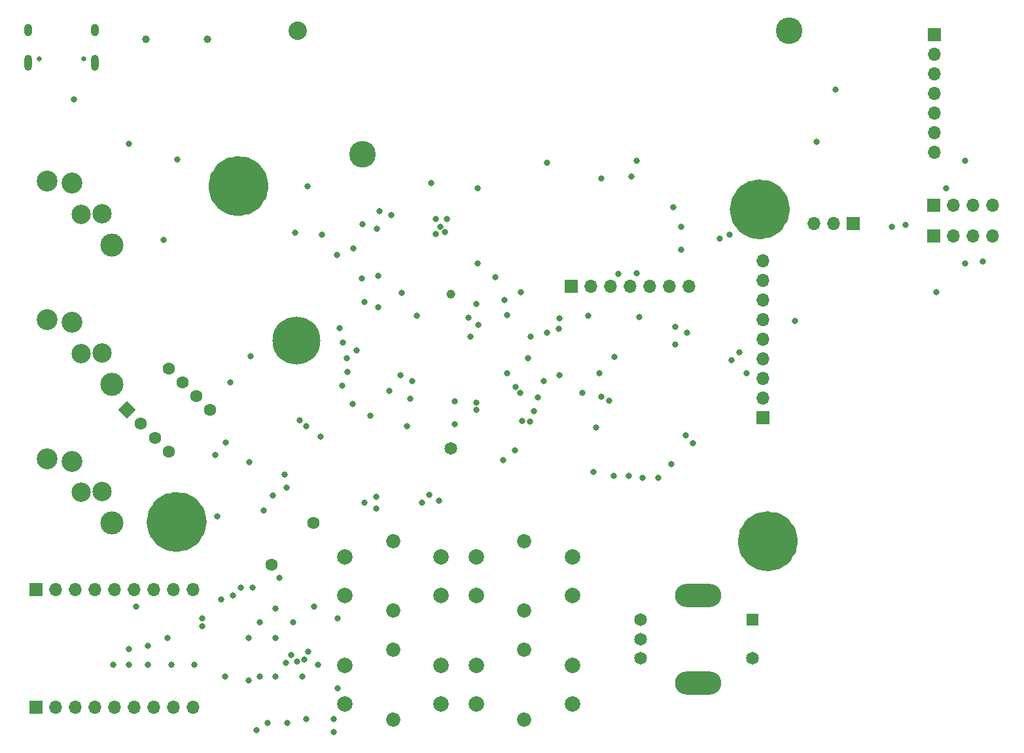
<source format=gbr>
%TF.GenerationSoftware,KiCad,Pcbnew,(6.0.5)*%
%TF.CreationDate,2022-06-18T22:15:24+02:00*%
%TF.ProjectId,clarinoid-devboard,636c6172-696e-46f6-9964-2d646576626f,rev?*%
%TF.SameCoordinates,Original*%
%TF.FileFunction,Soldermask,Bot*%
%TF.FilePolarity,Negative*%
%FSLAX46Y46*%
G04 Gerber Fmt 4.6, Leading zero omitted, Abs format (unit mm)*
G04 Created by KiCad (PCBNEW (6.0.5)) date 2022-06-18 22:15:24*
%MOMM*%
%LPD*%
G01*
G04 APERTURE LIST*
G04 Aperture macros list*
%AMHorizOval*
0 Thick line with rounded ends*
0 $1 width*
0 $2 $3 position (X,Y) of the first rounded end (center of the circle)*
0 $4 $5 position (X,Y) of the second rounded end (center of the circle)*
0 Add line between two ends*
20,1,$1,$2,$3,$4,$5,0*
0 Add two circle primitives to create the rounded ends*
1,1,$1,$2,$3*
1,1,$1,$4,$5*%
%AMRotRect*
0 Rectangle, with rotation*
0 The origin of the aperture is its center*
0 $1 length*
0 $2 width*
0 $3 Rotation angle, in degrees counterclockwise*
0 Add horizontal line*
21,1,$1,$2,0,0,$3*%
G04 Aperture macros list end*
%ADD10C,3.883298*%
%ADD11R,1.700000X1.700000*%
%ADD12O,1.700000X1.700000*%
%ADD13RotRect,1.600000X1.600000X45.000000*%
%ADD14HorizOval,1.600000X0.000000X0.000000X0.000000X0.000000X0*%
%ADD15C,6.200000*%
%ADD16C,2.000000*%
%ADD17C,1.850000*%
%ADD18C,3.450000*%
%ADD19C,2.390000*%
%ADD20C,2.700000*%
%ADD21C,2.500000*%
%ADD22C,3.000000*%
%ADD23C,1.600000*%
%ADD24C,1.000000*%
%ADD25C,0.650000*%
%ADD26O,1.000000X1.600000*%
%ADD27O,1.000000X2.100000*%
%ADD28C,1.150000*%
%ADD29C,1.650000*%
%ADD30R,1.650000X1.650000*%
%ADD31O,6.000000X3.000000*%
%ADD32C,4.400000*%
%ADD33C,0.800000*%
G04 APERTURE END LIST*
%TO.C,H2*%
D10*
X188139961Y-94434542D02*
G75*
G03*
X188139961Y-94434542I-1941649J0D01*
G01*
%TO.C,H4*%
X111639961Y-91934542D02*
G75*
G03*
X111639961Y-91934542I-1941649J0D01*
G01*
%TO.C,H5*%
X187102453Y-51447034D02*
G75*
G03*
X187102453Y-51447034I-1941649J0D01*
G01*
%TO.C,H3*%
X119639961Y-48434542D02*
G75*
G03*
X119639961Y-48434542I-1941649J0D01*
G01*
%TD*%
D11*
%TO.C,J14*%
X185566565Y-78397523D03*
D12*
X185566565Y-75857523D03*
X185566565Y-73317523D03*
X185566565Y-70777523D03*
X185566565Y-68237523D03*
X185566565Y-65697523D03*
X185566565Y-63157523D03*
X185566565Y-60617523D03*
X185566565Y-58077523D03*
%TD*%
D13*
%TO.C,U8*%
X103286793Y-77447034D03*
D14*
X105082844Y-79243085D03*
X106878895Y-81039136D03*
X108674947Y-82835188D03*
X114063100Y-77447034D03*
X112267049Y-75650983D03*
X110470998Y-73854932D03*
X108674947Y-72058880D03*
%TD*%
D15*
%TO.C,H1*%
X125198312Y-68434542D03*
%TD*%
D16*
%TO.C,SW4*%
X143948312Y-115534542D03*
X131448312Y-115534542D03*
X143948312Y-110534542D03*
X131448312Y-110534542D03*
D17*
X137698312Y-108534542D03*
X137698312Y-117534542D03*
%TD*%
D18*
%TO.C,BT1*%
X133718304Y-44346568D03*
D19*
X125388304Y-28346568D03*
D18*
X188918304Y-28346568D03*
%TD*%
D11*
%TO.C,DS2*%
X91493312Y-100709542D03*
D12*
X94033312Y-100709542D03*
X96573312Y-100709542D03*
X99113312Y-100709542D03*
X101653312Y-100709542D03*
X104193312Y-100709542D03*
X106733312Y-100709542D03*
X109273312Y-100709542D03*
X111813312Y-100709542D03*
%TD*%
D16*
%TO.C,SW3*%
X143948312Y-101434542D03*
X131448312Y-101434542D03*
X143948312Y-96434542D03*
X131448312Y-96434542D03*
D17*
X137698312Y-94434542D03*
X137698312Y-103434542D03*
%TD*%
D20*
%TO.C,J10*%
X92973798Y-65760028D03*
X96120423Y-66078226D03*
D21*
X97322505Y-70108735D03*
X100080221Y-70038024D03*
D22*
X101317658Y-74103888D03*
%TD*%
D11*
%TO.C,J5*%
X207698312Y-50934542D03*
D12*
X210238312Y-50934542D03*
X212778312Y-50934542D03*
X215318312Y-50934542D03*
%TD*%
D16*
%TO.C,SW2*%
X160948312Y-101434542D03*
X148448312Y-101434542D03*
X160948312Y-96434542D03*
X148448312Y-96434542D03*
D17*
X154698312Y-94434542D03*
X154698312Y-103434542D03*
%TD*%
D23*
%TO.C,R15*%
X121993312Y-97449542D03*
D14*
X127381466Y-92061388D03*
%TD*%
D24*
%TO.C,J3*%
X105725000Y-29437500D03*
X113725000Y-29437500D03*
%TD*%
D11*
%TO.C,J4*%
X207723312Y-28834542D03*
D12*
X207723312Y-31374542D03*
X207723312Y-33914542D03*
X207723312Y-36454542D03*
X207723312Y-38994542D03*
X207723312Y-41534542D03*
X207723312Y-44074542D03*
%TD*%
D20*
%TO.C,J1*%
X92973798Y-83760028D03*
X96120423Y-84078226D03*
D21*
X97322505Y-88108735D03*
X100080221Y-88038024D03*
D22*
X101317658Y-92103888D03*
%TD*%
D11*
%TO.C,J12*%
X160760804Y-61447034D03*
D12*
X163300804Y-61447034D03*
X165840804Y-61447034D03*
X168380804Y-61447034D03*
X170920804Y-61447034D03*
X173460804Y-61447034D03*
X176000804Y-61447034D03*
%TD*%
D11*
%TO.C,DS1*%
X91493312Y-115949542D03*
D12*
X94033312Y-115949542D03*
X96573312Y-115949542D03*
X99113312Y-115949542D03*
X101653312Y-115949542D03*
X104193312Y-115949542D03*
X106733312Y-115949542D03*
X109273312Y-115949542D03*
X111813312Y-115949542D03*
%TD*%
D25*
%TO.C,J2*%
X97708304Y-31951568D03*
X91928304Y-31951568D03*
D26*
X99138304Y-28271568D03*
D27*
X99138304Y-32451568D03*
X90498304Y-32451568D03*
D26*
X90498304Y-28271568D03*
%TD*%
D16*
%TO.C,SW5*%
X160948312Y-115534542D03*
X148448312Y-115534542D03*
X160948312Y-110534542D03*
X148448312Y-110534542D03*
D17*
X154698312Y-108534542D03*
X154698312Y-117534542D03*
%TD*%
D11*
%TO.C,J6*%
X207698312Y-54934542D03*
D12*
X210238312Y-54934542D03*
X212778312Y-54934542D03*
X215318312Y-54934542D03*
%TD*%
D28*
%TO.C,U3*%
X145198312Y-62434542D03*
D29*
X145198312Y-82434542D03*
%TD*%
D20*
%TO.C,J11*%
X92973798Y-47760028D03*
X96120423Y-48078226D03*
D21*
X97322505Y-52108735D03*
X100080221Y-52038024D03*
D22*
X101317658Y-56103888D03*
%TD*%
D30*
%TO.C,SW7*%
X184198312Y-104634542D03*
D29*
X184198312Y-109634542D03*
X169698312Y-104634542D03*
X169698312Y-109634542D03*
X169698312Y-107134542D03*
D31*
X177198312Y-101434542D03*
X177198312Y-112834542D03*
%TD*%
D11*
%TO.C,U9*%
X197273312Y-53259542D03*
D12*
X194733312Y-53259542D03*
X192193312Y-53259542D03*
%TD*%
D32*
%TO.C,H2*%
X186198312Y-94434542D03*
%TD*%
%TO.C,H4*%
X109698312Y-91934542D03*
%TD*%
%TO.C,H5*%
X185160804Y-51447034D03*
%TD*%
%TO.C,H3*%
X117698312Y-48434542D03*
%TD*%
D33*
X119065487Y-84203873D03*
X114910804Y-91197034D03*
X183410804Y-72697034D03*
X163660804Y-85447034D03*
X108993312Y-110449542D03*
X112993312Y-104449542D03*
X116993312Y-101449544D03*
X112993312Y-105449542D03*
X117993312Y-100449542D03*
X115493312Y-101949544D03*
X104493312Y-102949542D03*
X118993312Y-106949542D03*
X115993312Y-111949542D03*
X124543702Y-109202354D03*
X118993312Y-112449542D03*
X120493312Y-111949542D03*
X125243202Y-110024997D03*
X122493312Y-111949542D03*
X126211681Y-109777907D03*
X126696476Y-108719177D03*
X123844202Y-110151030D03*
X125993312Y-111949542D03*
X129993312Y-117449542D03*
X121493312Y-117949542D03*
X129993312Y-119149042D03*
X119993312Y-118949542D03*
X111993312Y-110449542D03*
X119493312Y-100449542D03*
X105993312Y-107949542D03*
X103493312Y-110449542D03*
X103493312Y-108449542D03*
X101493312Y-110449542D03*
X108493312Y-106949542D03*
X105993312Y-110449542D03*
X114669658Y-83232761D03*
X116083872Y-81677126D03*
X135650799Y-53972866D03*
X135948312Y-51684542D03*
X126660804Y-48447034D03*
X152448312Y-72684542D03*
X148660804Y-58447034D03*
X182493312Y-69949542D03*
X171993312Y-86199542D03*
X151993312Y-83949542D03*
X122493312Y-103199542D03*
X194993312Y-35949542D03*
X192493312Y-42699542D03*
X133760804Y-53347034D03*
X166243312Y-85949542D03*
X207993312Y-62199542D03*
X124743312Y-104949542D03*
X128460804Y-54747034D03*
X143198312Y-54684542D03*
X133660804Y-60447034D03*
X132591182Y-56516656D03*
X144698312Y-52684542D03*
X168243312Y-85949542D03*
X125660303Y-78740428D03*
X96410804Y-37197034D03*
X120493312Y-104949542D03*
X122493312Y-106949542D03*
X142660804Y-48046534D03*
X144448312Y-54434542D03*
X143198312Y-52684542D03*
X169993312Y-86199542D03*
X154198312Y-62184542D03*
X137443717Y-52179947D03*
X143860804Y-53697034D03*
X128328586Y-80880471D03*
X123697728Y-85829527D03*
X126455444Y-79536277D03*
X174243312Y-66699542D03*
X189743312Y-65949542D03*
X153493312Y-82699542D03*
X175543812Y-80699542D03*
X163993312Y-79699542D03*
X176493312Y-81699542D03*
X153524547Y-74426202D03*
X211743312Y-58449542D03*
X213993312Y-58199542D03*
X154160804Y-75197034D03*
X138825471Y-62303212D03*
X174993312Y-56699542D03*
X133993312Y-63449542D03*
X203993312Y-53449542D03*
X132493312Y-76699542D03*
X173993312Y-51199542D03*
X202243312Y-53699542D03*
X131123690Y-74319164D03*
X135739766Y-64100531D03*
X175743311Y-67449541D03*
X174243312Y-68949542D03*
X150942635Y-60250042D03*
X179993312Y-55199542D03*
X148460804Y-63747034D03*
X130760804Y-66847034D03*
X152153690Y-63239920D03*
X131743312Y-70699542D03*
X132993312Y-69699542D03*
X148743312Y-66449542D03*
X148660804Y-48747034D03*
X103500000Y-43000000D03*
X119260804Y-70447034D03*
X152460804Y-65147034D03*
X130460804Y-57347034D03*
X135760804Y-60047034D03*
X164660804Y-47447034D03*
X157660804Y-45447034D03*
X131760804Y-72547034D03*
X147743312Y-67949542D03*
X137250000Y-75000000D03*
X139500000Y-79500000D03*
X120993312Y-90449542D03*
X135493312Y-90199542D03*
X133993312Y-89463357D03*
X122166277Y-88526577D03*
X135493312Y-88699542D03*
X145661304Y-79247034D03*
X145660804Y-76347034D03*
X123948420Y-87494434D03*
X166861383Y-59852715D03*
X168543812Y-47199542D03*
X162993312Y-65199542D03*
X169535310Y-65418300D03*
X169243312Y-59699542D03*
X156410804Y-75786062D03*
X155910804Y-77584573D03*
X169243312Y-45199542D03*
X159243312Y-72949542D03*
X148493312Y-77449542D03*
X148493312Y-76449542D03*
X157243312Y-73699542D03*
X166362934Y-70569164D03*
X155493312Y-67949542D03*
X140160804Y-73697034D03*
X143660804Y-89197034D03*
X141493312Y-89449542D03*
X139910804Y-75947034D03*
X138660804Y-72947034D03*
X142410804Y-88447034D03*
X159160804Y-66947034D03*
X164410804Y-72697034D03*
X155160804Y-70697034D03*
X162160804Y-75197034D03*
X159217513Y-65548553D03*
X165660804Y-76197034D03*
X157660804Y-67447034D03*
X164660804Y-75697034D03*
X154384862Y-78884042D03*
X155414424Y-78985042D03*
X131243312Y-68699542D03*
X147493312Y-65449542D03*
X107993312Y-55449542D03*
X181243312Y-54699542D03*
X109750000Y-45000000D03*
X116660804Y-73847034D03*
X124993312Y-54449542D03*
X209243312Y-48699542D03*
X122993312Y-99199542D03*
X211743312Y-45199542D03*
X127493312Y-102949542D03*
X181493312Y-70949542D03*
X173743312Y-84449542D03*
X174993312Y-53699542D03*
X127993312Y-110449542D03*
X130493312Y-113449542D03*
X123993312Y-117949542D03*
X126493312Y-117449542D03*
X130493312Y-104449542D03*
X134743312Y-78199542D03*
X140743312Y-65199542D03*
M02*

</source>
